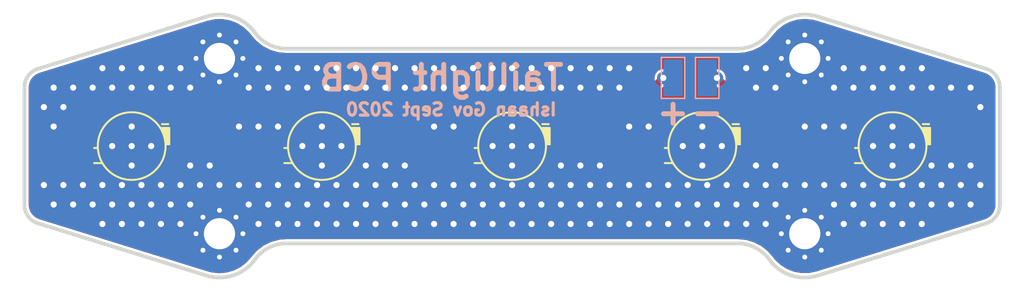
<source format=kicad_pcb>
(kicad_pcb (version 20171130) (host pcbnew "(5.1.4)-1")

  (general
    (thickness 1.6)
    (drawings 24)
    (tracks 276)
    (zones 0)
    (modules 11)
    (nets 8)
  )

  (page A4)
  (layers
    (0 F.Cu signal)
    (31 B.Cu signal)
    (32 B.Adhes user)
    (33 F.Adhes user)
    (34 B.Paste user)
    (35 F.Paste user)
    (36 B.SilkS user)
    (37 F.SilkS user)
    (38 B.Mask user)
    (39 F.Mask user)
    (40 Dwgs.User user)
    (41 Cmts.User user)
    (42 Eco1.User user)
    (43 Eco2.User user)
    (44 Edge.Cuts user)
    (45 Margin user)
    (46 B.CrtYd user)
    (47 F.CrtYd user)
    (48 B.Fab user)
    (49 F.Fab user)
  )

  (setup
    (last_trace_width 0.381)
    (user_trace_width 0.762)
    (trace_clearance 0.2032)
    (zone_clearance 0.254)
    (zone_45_only no)
    (trace_min 0.2032)
    (via_size 1.27)
    (via_drill 0.635)
    (via_min_size 0.635)
    (via_min_drill 0.381)
    (uvia_size 0.3)
    (uvia_drill 0.1)
    (uvias_allowed no)
    (uvia_min_size 0.2)
    (uvia_min_drill 0.1)
    (edge_width 0.1)
    (segment_width 0.2)
    (pcb_text_width 0.3)
    (pcb_text_size 1.5 1.5)
    (mod_edge_width 0.15)
    (mod_text_size 1 1)
    (mod_text_width 0.15)
    (pad_size 1.524 1.524)
    (pad_drill 0.762)
    (pad_to_mask_clearance 0)
    (aux_axis_origin 0 0)
    (grid_origin 100 100)
    (visible_elements 7FFFFFFF)
    (pcbplotparams
      (layerselection 0x010fc_ffffffff)
      (usegerberextensions true)
      (usegerberattributes false)
      (usegerberadvancedattributes false)
      (creategerberjobfile true)
      (excludeedgelayer true)
      (linewidth 0.100000)
      (plotframeref false)
      (viasonmask false)
      (mode 1)
      (useauxorigin false)
      (hpglpennumber 1)
      (hpglpenspeed 20)
      (hpglpendiameter 15.000000)
      (psnegative false)
      (psa4output false)
      (plotreference false)
      (plotvalue false)
      (plotinvisibletext false)
      (padsonsilk false)
      (subtractmaskfromsilk false)
      (outputformat 1)
      (mirror false)
      (drillshape 0)
      (scaleselection 1)
      (outputdirectory "Taillight Gerbers 9-24-2231/"))
  )

  (net 0 "")
  (net 1 /K)
  (net 2 "Net-(D1-Pad2)")
  (net 3 /HEATSINK)
  (net 4 "Net-(D2-Pad2)")
  (net 5 "Net-(D3-Pad2)")
  (net 6 "Net-(D4-Pad2)")
  (net 7 /A)

  (net_class Default "This is the default net class."
    (clearance 0.2032)
    (trace_width 0.381)
    (via_dia 1.27)
    (via_drill 0.635)
    (uvia_dia 0.3)
    (uvia_drill 0.1)
    (diff_pair_width 0.254)
    (diff_pair_gap 0.2032)
    (add_net /A)
    (add_net /HEATSINK)
    (add_net /K)
    (add_net "Net-(D1-Pad2)")
    (add_net "Net-(D2-Pad2)")
    (add_net "Net-(D3-Pad2)")
    (add_net "Net-(D4-Pad2)")
  )

  (module TestPoint:TestPoint_Keystone_5019_Minature (layer B.Cu) (tedit 5A0F774F) (tstamp 5F69A2A3)
    (at 116.5 93 270)
    (descr "SMT Test Point- Micro Miniature 5019, http://www.keyelco.com/product-pdf.cfm?p=1357")
    (tags "Test Point")
    (path /5F65A56E)
    (attr smd)
    (fp_text reference J2 (at 0 2.25 270) (layer B.SilkS) hide
      (effects (font (size 1 1) (thickness 0.15)) (justify mirror))
    )
    (fp_text value Conn_01x01 (at 0 -2.25 270) (layer B.Fab) hide
      (effects (font (size 1 1) (thickness 0.15)) (justify mirror))
    )
    (fp_line (start -2.1 -1.2) (end -2.1 1.2) (layer B.SilkS) (width 0.15))
    (fp_line (start 2.1 -1.2) (end -2.1 -1.2) (layer B.SilkS) (width 0.15))
    (fp_line (start 2.1 1.2) (end 2.1 -1.2) (layer B.SilkS) (width 0.15))
    (fp_line (start -2.1 1.2) (end 2.1 1.2) (layer B.SilkS) (width 0.15))
    (fp_line (start -2.35 -1.45) (end -2.35 1.45) (layer B.CrtYd) (width 0.05))
    (fp_line (start 2.35 -1.45) (end -2.35 -1.45) (layer B.CrtYd) (width 0.05))
    (fp_line (start 2.35 1.45) (end 2.35 -1.45) (layer B.CrtYd) (width 0.05))
    (fp_line (start -2.35 1.45) (end 2.35 1.45) (layer B.CrtYd) (width 0.05))
    (fp_line (start 1.25 0.5) (end 1.25 1) (layer B.Fab) (width 0.15))
    (fp_line (start 1.75 0.5) (end 1.25 0.5) (layer B.Fab) (width 0.15))
    (fp_line (start 1.9 -0.5) (end 1.9 0.5) (layer B.Fab) (width 0.15))
    (fp_line (start 1.25 -0.5) (end 1.75 -0.5) (layer B.Fab) (width 0.15))
    (fp_line (start 1.25 -1) (end 1.25 -0.5) (layer B.Fab) (width 0.15))
    (fp_line (start -1.25 -1) (end 1.25 -1) (layer B.Fab) (width 0.15))
    (fp_line (start -1.25 -0.5) (end -1.25 -1) (layer B.Fab) (width 0.15))
    (fp_line (start -1.75 -0.5) (end -1.25 -0.5) (layer B.Fab) (width 0.15))
    (fp_line (start -1.9 0.5) (end -1.9 -0.5) (layer B.Fab) (width 0.15))
    (fp_line (start -1.25 0.5) (end -1.75 0.5) (layer B.Fab) (width 0.15))
    (fp_line (start -1.25 1) (end -1.25 0.5) (layer B.Fab) (width 0.15))
    (fp_line (start 1.25 1) (end -1.25 1) (layer B.Fab) (width 0.15))
    (fp_line (start 1.9 -0.5) (end -1.9 -0.5) (layer B.Fab) (width 0.15))
    (fp_line (start -1.9 0.5) (end 1.9 0.5) (layer B.Fab) (width 0.15))
    (fp_line (start 0 1) (end 0 0.5) (layer B.Fab) (width 0.15))
    (fp_line (start 0 -0.5) (end 0 -1) (layer B.Fab) (width 0.15))
    (fp_text user %R (at 0 0 270) (layer B.Fab) hide
      (effects (font (size 0.9 0.9) (thickness 0.135)) (justify mirror))
    )
    (pad 1 smd rect (at 0 0 270) (size 3.8 2) (layers B.Cu B.Paste B.Mask)
      (net 7 /A))
    (model ${KISYS3DMOD}/TestPoint.3dshapes/TestPoint_Keystone_5019_Minature.wrl
      (at (xyz 0 0 0))
      (scale (xyz 1 1 1))
      (rotate (xyz 0 0 0))
    )
  )

  (module TestPoint:TestPoint_Keystone_5019_Minature (layer B.Cu) (tedit 5A0F774F) (tstamp 5F699AF1)
    (at 120 93 270)
    (descr "SMT Test Point- Micro Miniature 5019, http://www.keyelco.com/product-pdf.cfm?p=1357")
    (tags "Test Point")
    (path /5F65AC0F)
    (attr smd)
    (fp_text reference J1 (at 0 2.25 270) (layer B.SilkS) hide
      (effects (font (size 1 1) (thickness 0.15)) (justify mirror))
    )
    (fp_text value Conn_01x01 (at 0 -2.25 270) (layer B.Fab) hide
      (effects (font (size 1 1) (thickness 0.15)) (justify mirror))
    )
    (fp_line (start -2.1 -1.2) (end -2.1 1.2) (layer B.SilkS) (width 0.15))
    (fp_line (start 2.1 -1.2) (end -2.1 -1.2) (layer B.SilkS) (width 0.15))
    (fp_line (start 2.1 1.2) (end 2.1 -1.2) (layer B.SilkS) (width 0.15))
    (fp_line (start -2.1 1.2) (end 2.1 1.2) (layer B.SilkS) (width 0.15))
    (fp_line (start -2.35 -1.45) (end -2.35 1.45) (layer B.CrtYd) (width 0.05))
    (fp_line (start 2.35 -1.45) (end -2.35 -1.45) (layer B.CrtYd) (width 0.05))
    (fp_line (start 2.35 1.45) (end 2.35 -1.45) (layer B.CrtYd) (width 0.05))
    (fp_line (start -2.35 1.45) (end 2.35 1.45) (layer B.CrtYd) (width 0.05))
    (fp_line (start 1.25 0.5) (end 1.25 1) (layer B.Fab) (width 0.15))
    (fp_line (start 1.75 0.5) (end 1.25 0.5) (layer B.Fab) (width 0.15))
    (fp_line (start 1.9 -0.5) (end 1.9 0.5) (layer B.Fab) (width 0.15))
    (fp_line (start 1.25 -0.5) (end 1.75 -0.5) (layer B.Fab) (width 0.15))
    (fp_line (start 1.25 -1) (end 1.25 -0.5) (layer B.Fab) (width 0.15))
    (fp_line (start -1.25 -1) (end 1.25 -1) (layer B.Fab) (width 0.15))
    (fp_line (start -1.25 -0.5) (end -1.25 -1) (layer B.Fab) (width 0.15))
    (fp_line (start -1.75 -0.5) (end -1.25 -0.5) (layer B.Fab) (width 0.15))
    (fp_line (start -1.9 0.5) (end -1.9 -0.5) (layer B.Fab) (width 0.15))
    (fp_line (start -1.25 0.5) (end -1.75 0.5) (layer B.Fab) (width 0.15))
    (fp_line (start -1.25 1) (end -1.25 0.5) (layer B.Fab) (width 0.15))
    (fp_line (start 1.25 1) (end -1.25 1) (layer B.Fab) (width 0.15))
    (fp_line (start 1.9 -0.5) (end -1.9 -0.5) (layer B.Fab) (width 0.15))
    (fp_line (start -1.9 0.5) (end 1.9 0.5) (layer B.Fab) (width 0.15))
    (fp_line (start 0 1) (end 0 0.5) (layer B.Fab) (width 0.15))
    (fp_line (start 0 -0.5) (end 0 -1) (layer B.Fab) (width 0.15))
    (fp_text user %R (at 0 0 270) (layer B.Fab) hide
      (effects (font (size 0.9 0.9) (thickness 0.135)) (justify mirror))
    )
    (pad 1 smd rect (at 0 0 270) (size 3.8 2) (layers B.Cu B.Paste B.Mask)
      (net 1 /K))
    (model ${KISYS3DMOD}/TestPoint.3dshapes/TestPoint_Keystone_5019_Minature.wrl
      (at (xyz 0 0 0))
      (scale (xyz 1 1 1))
      (rotate (xyz 0 0 0))
    )
  )

  (module MountingHole:MountingHole_3.2mm_M3_Pad_Via (layer F.Cu) (tedit 56DDBCCA) (tstamp 5F699AD3)
    (at 130 109)
    (descr "Mounting Hole 3.2mm, M3")
    (tags "mounting hole 3.2mm m3")
    (path /5F69C5CD)
    (attr virtual)
    (fp_text reference H4 (at 0 -4.2) (layer F.SilkS) hide
      (effects (font (size 1 1) (thickness 0.15)))
    )
    (fp_text value M3 (at 0 4.2) (layer F.Fab) hide
      (effects (font (size 1 1) (thickness 0.15)))
    )
    (fp_circle (center 0 0) (end 3.45 0) (layer F.CrtYd) (width 0.05))
    (fp_circle (center 0 0) (end 3.2 0) (layer Cmts.User) (width 0.15))
    (fp_text user %R (at 0.3 0) (layer F.Fab) hide
      (effects (font (size 1 1) (thickness 0.15)))
    )
    (pad 1 thru_hole circle (at 1.697056 -1.697056) (size 0.8 0.8) (drill 0.5) (layers *.Cu *.Mask)
      (net 3 /HEATSINK))
    (pad 1 thru_hole circle (at 0 -2.4) (size 0.8 0.8) (drill 0.5) (layers *.Cu *.Mask)
      (net 3 /HEATSINK))
    (pad 1 thru_hole circle (at -1.697056 -1.697056) (size 0.8 0.8) (drill 0.5) (layers *.Cu *.Mask)
      (net 3 /HEATSINK))
    (pad 1 thru_hole circle (at -2.4 0) (size 0.8 0.8) (drill 0.5) (layers *.Cu *.Mask)
      (net 3 /HEATSINK))
    (pad 1 thru_hole circle (at -1.697056 1.697056) (size 0.8 0.8) (drill 0.5) (layers *.Cu *.Mask)
      (net 3 /HEATSINK))
    (pad 1 thru_hole circle (at 0 2.4) (size 0.8 0.8) (drill 0.5) (layers *.Cu *.Mask)
      (net 3 /HEATSINK))
    (pad 1 thru_hole circle (at 1.697056 1.697056) (size 0.8 0.8) (drill 0.5) (layers *.Cu *.Mask)
      (net 3 /HEATSINK))
    (pad 1 thru_hole circle (at 2.4 0) (size 0.8 0.8) (drill 0.5) (layers *.Cu *.Mask)
      (net 3 /HEATSINK))
    (pad 1 thru_hole circle (at 0 0) (size 6.4 6.4) (drill 3.2) (layers *.Cu *.Mask)
      (net 3 /HEATSINK))
  )

  (module MountingHole:MountingHole_3.2mm_M3_Pad_Via (layer F.Cu) (tedit 56DDBCCA) (tstamp 5F699AC3)
    (at 70 109)
    (descr "Mounting Hole 3.2mm, M3")
    (tags "mounting hole 3.2mm m3")
    (path /5F661358)
    (attr virtual)
    (fp_text reference H3 (at 0 -4.2) (layer F.SilkS) hide
      (effects (font (size 1 1) (thickness 0.15)))
    )
    (fp_text value M3 (at 0 4.2) (layer F.Fab) hide
      (effects (font (size 1 1) (thickness 0.15)))
    )
    (fp_circle (center 0 0) (end 3.45 0) (layer F.CrtYd) (width 0.05))
    (fp_circle (center 0 0) (end 3.2 0) (layer Cmts.User) (width 0.15))
    (fp_text user %R (at 0.3 0) (layer F.Fab) hide
      (effects (font (size 1 1) (thickness 0.15)))
    )
    (pad 1 thru_hole circle (at 1.697056 -1.697056) (size 0.8 0.8) (drill 0.5) (layers *.Cu *.Mask)
      (net 3 /HEATSINK))
    (pad 1 thru_hole circle (at 0 -2.4) (size 0.8 0.8) (drill 0.5) (layers *.Cu *.Mask)
      (net 3 /HEATSINK))
    (pad 1 thru_hole circle (at -1.697056 -1.697056) (size 0.8 0.8) (drill 0.5) (layers *.Cu *.Mask)
      (net 3 /HEATSINK))
    (pad 1 thru_hole circle (at -2.4 0) (size 0.8 0.8) (drill 0.5) (layers *.Cu *.Mask)
      (net 3 /HEATSINK))
    (pad 1 thru_hole circle (at -1.697056 1.697056) (size 0.8 0.8) (drill 0.5) (layers *.Cu *.Mask)
      (net 3 /HEATSINK))
    (pad 1 thru_hole circle (at 0 2.4) (size 0.8 0.8) (drill 0.5) (layers *.Cu *.Mask)
      (net 3 /HEATSINK))
    (pad 1 thru_hole circle (at 1.697056 1.697056) (size 0.8 0.8) (drill 0.5) (layers *.Cu *.Mask)
      (net 3 /HEATSINK))
    (pad 1 thru_hole circle (at 2.4 0) (size 0.8 0.8) (drill 0.5) (layers *.Cu *.Mask)
      (net 3 /HEATSINK))
    (pad 1 thru_hole circle (at 0 0) (size 6.4 6.4) (drill 3.2) (layers *.Cu *.Mask)
      (net 3 /HEATSINK))
  )

  (module MountingHole:MountingHole_3.2mm_M3_Pad_Via (layer F.Cu) (tedit 56DDBCCA) (tstamp 5F699AB3)
    (at 130 91)
    (descr "Mounting Hole 3.2mm, M3")
    (tags "mounting hole 3.2mm m3")
    (path /5F660AE2)
    (attr virtual)
    (fp_text reference H2 (at 0 -4.2) (layer F.SilkS) hide
      (effects (font (size 1 1) (thickness 0.15)))
    )
    (fp_text value M3 (at 0 4.2) (layer F.Fab) hide
      (effects (font (size 1 1) (thickness 0.15)))
    )
    (fp_circle (center 0 0) (end 3.45 0) (layer F.CrtYd) (width 0.05))
    (fp_circle (center 0 0) (end 3.2 0) (layer Cmts.User) (width 0.15))
    (fp_text user %R (at 0.3 0) (layer F.Fab) hide
      (effects (font (size 1 1) (thickness 0.15)))
    )
    (pad 1 thru_hole circle (at 1.697056 -1.697056) (size 0.8 0.8) (drill 0.5) (layers *.Cu *.Mask)
      (net 3 /HEATSINK))
    (pad 1 thru_hole circle (at 0 -2.4) (size 0.8 0.8) (drill 0.5) (layers *.Cu *.Mask)
      (net 3 /HEATSINK))
    (pad 1 thru_hole circle (at -1.697056 -1.697056) (size 0.8 0.8) (drill 0.5) (layers *.Cu *.Mask)
      (net 3 /HEATSINK))
    (pad 1 thru_hole circle (at -2.4 0) (size 0.8 0.8) (drill 0.5) (layers *.Cu *.Mask)
      (net 3 /HEATSINK))
    (pad 1 thru_hole circle (at -1.697056 1.697056) (size 0.8 0.8) (drill 0.5) (layers *.Cu *.Mask)
      (net 3 /HEATSINK))
    (pad 1 thru_hole circle (at 0 2.4) (size 0.8 0.8) (drill 0.5) (layers *.Cu *.Mask)
      (net 3 /HEATSINK))
    (pad 1 thru_hole circle (at 1.697056 1.697056) (size 0.8 0.8) (drill 0.5) (layers *.Cu *.Mask)
      (net 3 /HEATSINK))
    (pad 1 thru_hole circle (at 2.4 0) (size 0.8 0.8) (drill 0.5) (layers *.Cu *.Mask)
      (net 3 /HEATSINK))
    (pad 1 thru_hole circle (at 0 0) (size 6.4 6.4) (drill 3.2) (layers *.Cu *.Mask)
      (net 3 /HEATSINK))
  )

  (module MountingHole:MountingHole_3.2mm_M3_Pad_Via (layer F.Cu) (tedit 56DDBCCA) (tstamp 5F699AA3)
    (at 70 91)
    (descr "Mounting Hole 3.2mm, M3")
    (tags "mounting hole 3.2mm m3")
    (path /5F69C230)
    (attr virtual)
    (fp_text reference H1 (at 0 -4.2) (layer F.SilkS) hide
      (effects (font (size 1 1) (thickness 0.15)))
    )
    (fp_text value M3 (at 0 4.2) (layer F.Fab) hide
      (effects (font (size 1 1) (thickness 0.15)))
    )
    (fp_circle (center 0 0) (end 3.45 0) (layer F.CrtYd) (width 0.05))
    (fp_circle (center 0 0) (end 3.2 0) (layer Cmts.User) (width 0.15))
    (fp_text user %R (at 0.3 0) (layer F.Fab) hide
      (effects (font (size 1 1) (thickness 0.15)))
    )
    (pad 1 thru_hole circle (at 1.697056 -1.697056) (size 0.8 0.8) (drill 0.5) (layers *.Cu *.Mask)
      (net 3 /HEATSINK))
    (pad 1 thru_hole circle (at 0 -2.4) (size 0.8 0.8) (drill 0.5) (layers *.Cu *.Mask)
      (net 3 /HEATSINK))
    (pad 1 thru_hole circle (at -1.697056 -1.697056) (size 0.8 0.8) (drill 0.5) (layers *.Cu *.Mask)
      (net 3 /HEATSINK))
    (pad 1 thru_hole circle (at -2.4 0) (size 0.8 0.8) (drill 0.5) (layers *.Cu *.Mask)
      (net 3 /HEATSINK))
    (pad 1 thru_hole circle (at -1.697056 1.697056) (size 0.8 0.8) (drill 0.5) (layers *.Cu *.Mask)
      (net 3 /HEATSINK))
    (pad 1 thru_hole circle (at 0 2.4) (size 0.8 0.8) (drill 0.5) (layers *.Cu *.Mask)
      (net 3 /HEATSINK))
    (pad 1 thru_hole circle (at 1.697056 1.697056) (size 0.8 0.8) (drill 0.5) (layers *.Cu *.Mask)
      (net 3 /HEATSINK))
    (pad 1 thru_hole circle (at 2.4 0) (size 0.8 0.8) (drill 0.5) (layers *.Cu *.Mask)
      (net 3 /HEATSINK))
    (pad 1 thru_hole circle (at 0 0) (size 6.4 6.4) (drill 3.2) (layers *.Cu *.Mask)
      (net 3 /HEATSINK))
  )

  (module Custom-DiscreteSemi:1W_LED (layer F.Cu) (tedit 5F4BEE29) (tstamp 5F699A93)
    (at 61 100)
    (path /5F6A0510)
    (fp_text reference D5 (at 0 4.95) (layer F.SilkS) hide
      (effects (font (size 1 1) (thickness 0.15)))
    )
    (fp_text value LED_PAD (at 0 -5) (layer F.Fab) hide
      (effects (font (size 1 1) (thickness 0.15)))
    )
    (fp_line (start 3.1 -2.25) (end 3.75 -2.25) (layer F.SilkS) (width 0.2032))
    (fp_poly (pts (xy 3 -1.85) (xy 3.4 -1.05) (xy 3.5 -0.2) (xy 3.85 -0.2)
      (xy 3.85 -1.85) (xy 2.95 -1.85)) (layer F.SilkS) (width 0.2032))
    (fp_line (start 3 -1.85) (end 3.85 -1.85) (layer F.SilkS) (width 0.2032))
    (fp_line (start 3.5 -0.2) (end 3.85 -0.2) (layer F.SilkS) (width 0.2032))
    (fp_line (start -3.5 0.2) (end -3.85 0.2) (layer F.SilkS) (width 0.2032))
    (fp_line (start -3.05 1.75) (end -3.85 1.75) (layer F.SilkS) (width 0.2032))
    (fp_circle (center 0 0) (end 3.473111 0) (layer F.SilkS) (width 0.2032))
    (pad 1 smd roundrect (at 6 -1) (size 4 2.75) (layers F.Cu F.Paste F.Mask) (roundrect_rratio 0.125)
      (net 6 "Net-(D4-Pad2)"))
    (pad 2 smd roundrect (at -6 1) (size 4 2.75) (layers F.Cu F.Paste F.Mask) (roundrect_rratio 0.125)
      (net 7 /A))
    (pad 3 smd circle (at 0 0) (size 6.000001 6.000001) (layers F.Cu F.Paste F.Mask)
      (net 3 /HEATSINK))
    (model ":CUSTOM_3D:1W LED.stp"
      (at (xyz 0 0 0))
      (scale (xyz 1 1 1))
      (rotate (xyz 0 0 0))
    )
  )

  (module Custom-DiscreteSemi:1W_LED (layer F.Cu) (tedit 5F4BEE29) (tstamp 5F699A85)
    (at 80.5 100)
    (path /5F6594FB)
    (fp_text reference D4 (at 0 4.95) (layer F.SilkS) hide
      (effects (font (size 1 1) (thickness 0.15)))
    )
    (fp_text value LED_PAD (at 0 -5) (layer F.Fab) hide
      (effects (font (size 1 1) (thickness 0.15)))
    )
    (fp_line (start 3.1 -2.25) (end 3.75 -2.25) (layer F.SilkS) (width 0.2032))
    (fp_poly (pts (xy 3 -1.85) (xy 3.4 -1.05) (xy 3.5 -0.2) (xy 3.85 -0.2)
      (xy 3.85 -1.85) (xy 2.95 -1.85)) (layer F.SilkS) (width 0.2032))
    (fp_line (start 3 -1.85) (end 3.85 -1.85) (layer F.SilkS) (width 0.2032))
    (fp_line (start 3.5 -0.2) (end 3.85 -0.2) (layer F.SilkS) (width 0.2032))
    (fp_line (start -3.5 0.2) (end -3.85 0.2) (layer F.SilkS) (width 0.2032))
    (fp_line (start -3.05 1.75) (end -3.85 1.75) (layer F.SilkS) (width 0.2032))
    (fp_circle (center 0 0) (end 3.473111 0) (layer F.SilkS) (width 0.2032))
    (pad 1 smd roundrect (at 6 -1) (size 4 2.75) (layers F.Cu F.Paste F.Mask) (roundrect_rratio 0.125)
      (net 5 "Net-(D3-Pad2)"))
    (pad 2 smd roundrect (at -6 1) (size 4 2.75) (layers F.Cu F.Paste F.Mask) (roundrect_rratio 0.125)
      (net 6 "Net-(D4-Pad2)"))
    (pad 3 smd circle (at 0 0) (size 6.000001 6.000001) (layers F.Cu F.Paste F.Mask)
      (net 3 /HEATSINK))
    (model ":CUSTOM_3D:1W LED.stp"
      (at (xyz 0 0 0))
      (scale (xyz 1 1 1))
      (rotate (xyz 0 0 0))
    )
  )

  (module Custom-DiscreteSemi:1W_LED (layer F.Cu) (tedit 5F4BEE29) (tstamp 5F699A77)
    (at 100 100)
    (path /5F658E5D)
    (fp_text reference D3 (at 0 4.95) (layer F.SilkS) hide
      (effects (font (size 1 1) (thickness 0.15)))
    )
    (fp_text value LED_PAD (at 0 -5) (layer F.Fab) hide
      (effects (font (size 1 1) (thickness 0.15)))
    )
    (fp_line (start 3.1 -2.25) (end 3.75 -2.25) (layer F.SilkS) (width 0.2032))
    (fp_poly (pts (xy 3 -1.85) (xy 3.4 -1.05) (xy 3.5 -0.2) (xy 3.85 -0.2)
      (xy 3.85 -1.85) (xy 2.95 -1.85)) (layer F.SilkS) (width 0.2032))
    (fp_line (start 3 -1.85) (end 3.85 -1.85) (layer F.SilkS) (width 0.2032))
    (fp_line (start 3.5 -0.2) (end 3.85 -0.2) (layer F.SilkS) (width 0.2032))
    (fp_line (start -3.5 0.2) (end -3.85 0.2) (layer F.SilkS) (width 0.2032))
    (fp_line (start -3.05 1.75) (end -3.85 1.75) (layer F.SilkS) (width 0.2032))
    (fp_circle (center 0 0) (end 3.473111 0) (layer F.SilkS) (width 0.2032))
    (pad 1 smd roundrect (at 6 -1) (size 4 2.75) (layers F.Cu F.Paste F.Mask) (roundrect_rratio 0.125)
      (net 4 "Net-(D2-Pad2)"))
    (pad 2 smd roundrect (at -6 1) (size 4 2.75) (layers F.Cu F.Paste F.Mask) (roundrect_rratio 0.125)
      (net 5 "Net-(D3-Pad2)"))
    (pad 3 smd circle (at 0 0) (size 6.000001 6.000001) (layers F.Cu F.Paste F.Mask)
      (net 3 /HEATSINK))
    (model ":CUSTOM_3D:1W LED.stp"
      (at (xyz 0 0 0))
      (scale (xyz 1 1 1))
      (rotate (xyz 0 0 0))
    )
  )

  (module Custom-DiscreteSemi:1W_LED (layer F.Cu) (tedit 5F4BEE29) (tstamp 5F699A69)
    (at 119.5 100)
    (path /5F69FFD3)
    (fp_text reference D2 (at 0 4.95) (layer F.SilkS) hide
      (effects (font (size 1 1) (thickness 0.15)))
    )
    (fp_text value LED_PAD (at 0 -5) (layer F.Fab) hide
      (effects (font (size 1 1) (thickness 0.15)))
    )
    (fp_line (start 3.1 -2.25) (end 3.75 -2.25) (layer F.SilkS) (width 0.2032))
    (fp_poly (pts (xy 3 -1.85) (xy 3.4 -1.05) (xy 3.5 -0.2) (xy 3.85 -0.2)
      (xy 3.85 -1.85) (xy 2.95 -1.85)) (layer F.SilkS) (width 0.2032))
    (fp_line (start 3 -1.85) (end 3.85 -1.85) (layer F.SilkS) (width 0.2032))
    (fp_line (start 3.5 -0.2) (end 3.85 -0.2) (layer F.SilkS) (width 0.2032))
    (fp_line (start -3.5 0.2) (end -3.85 0.2) (layer F.SilkS) (width 0.2032))
    (fp_line (start -3.05 1.75) (end -3.85 1.75) (layer F.SilkS) (width 0.2032))
    (fp_circle (center 0 0) (end 3.473111 0) (layer F.SilkS) (width 0.2032))
    (pad 1 smd roundrect (at 6 -1) (size 4 2.75) (layers F.Cu F.Paste F.Mask) (roundrect_rratio 0.125)
      (net 2 "Net-(D1-Pad2)"))
    (pad 2 smd roundrect (at -6 1) (size 4 2.75) (layers F.Cu F.Paste F.Mask) (roundrect_rratio 0.125)
      (net 4 "Net-(D2-Pad2)"))
    (pad 3 smd circle (at 0 0) (size 6.000001 6.000001) (layers F.Cu F.Paste F.Mask)
      (net 3 /HEATSINK))
    (model ":CUSTOM_3D:1W LED.stp"
      (at (xyz 0 0 0))
      (scale (xyz 1 1 1))
      (rotate (xyz 0 0 0))
    )
  )

  (module Custom-DiscreteSemi:1W_LED (layer F.Cu) (tedit 5F4BEE29) (tstamp 5F699A5B)
    (at 139 100)
    (path /5F6A2C04)
    (fp_text reference D1 (at 0 4.95) (layer F.SilkS) hide
      (effects (font (size 1 1) (thickness 0.15)))
    )
    (fp_text value LED_PAD (at 0 -5) (layer F.Fab) hide
      (effects (font (size 1 1) (thickness 0.15)))
    )
    (fp_line (start 3.1 -2.25) (end 3.75 -2.25) (layer F.SilkS) (width 0.2032))
    (fp_poly (pts (xy 3 -1.85) (xy 3.4 -1.05) (xy 3.5 -0.2) (xy 3.85 -0.2)
      (xy 3.85 -1.85) (xy 2.95 -1.85)) (layer F.SilkS) (width 0.2032))
    (fp_line (start 3 -1.85) (end 3.85 -1.85) (layer F.SilkS) (width 0.2032))
    (fp_line (start 3.5 -0.2) (end 3.85 -0.2) (layer F.SilkS) (width 0.2032))
    (fp_line (start -3.5 0.2) (end -3.85 0.2) (layer F.SilkS) (width 0.2032))
    (fp_line (start -3.05 1.75) (end -3.85 1.75) (layer F.SilkS) (width 0.2032))
    (fp_circle (center 0 0) (end 3.473111 0) (layer F.SilkS) (width 0.2032))
    (pad 1 smd roundrect (at 6 -1) (size 4 2.75) (layers F.Cu F.Paste F.Mask) (roundrect_rratio 0.125)
      (net 1 /K))
    (pad 2 smd roundrect (at -6 1) (size 4 2.75) (layers F.Cu F.Paste F.Mask) (roundrect_rratio 0.125)
      (net 2 "Net-(D1-Pad2)"))
    (pad 3 smd circle (at 0 0) (size 6.000001 6.000001) (layers F.Cu F.Paste F.Mask)
      (net 3 /HEATSINK))
    (model ":CUSTOM_3D:1W LED.stp"
      (at (xyz 0 0 0))
      (scale (xyz 1 1 1))
      (rotate (xyz 0 0 0))
    )
  )

  (gr_text "Ishaan Gov Sept 2020" (at 93.75 96.25) (layer B.SilkS)
    (effects (font (size 1.27 1.27) (thickness 0.3175)) (justify mirror))
  )
  (gr_text "Taillight PCB\n" (at 92.75 93) (layer B.SilkS)
    (effects (font (size 2.54 2.54) (thickness 0.508)) (justify mirror))
  )
  (gr_arc (start 123.126136 86) (end 123.126136 90) (angle -53.96812093) (layer Edge.Cuts) (width 0.381))
  (gr_arc (start 148 106.026953) (end 148.593249 107.936941) (angle -72.74502113) (layer Edge.Cuts) (width 0.381))
  (gr_arc (start 148 93.973047) (end 150 93.973047) (angle -72.74502113) (layer Edge.Cuts) (width 0.381))
  (gr_arc (start 70 91) (end 73.639105 88.352942) (angle -71.2230998) (layer Edge.Cuts) (width 0.381))
  (gr_line (start 131.33481 113.297473) (end 148.593249 107.936941) (layer Edge.Cuts) (width 0.381))
  (gr_line (start 148.593249 92.063059) (end 131.33481 86.702527) (layer Edge.Cuts) (width 0.381))
  (gr_line (start 68.66519 86.702527) (end 51.406751 92.063059) (layer Edge.Cuts) (width 0.381))
  (gr_arc (start 70.000001 108.999999) (end 68.66519 113.297473) (angle -71.2230998) (layer Edge.Cuts) (width 0.381))
  (gr_line (start 150 106.026953) (end 150 93.973047) (layer Edge.Cuts) (width 0.381))
  (gr_line (start 123.126136 90) (end 76.873864 90) (layer Edge.Cuts) (width 0.381))
  (gr_arc (start 130 91.000001) (end 131.33481 86.702527) (angle -71.2230998) (layer Edge.Cuts) (width 0.381))
  (gr_arc (start 123.126136 113.999999) (end 126.360895 111.647058) (angle -53.96812093) (layer Edge.Cuts) (width 0.381))
  (gr_line (start 76.873865 109.999999) (end 123.126136 109.999999) (layer Edge.Cuts) (width 0.381))
  (gr_arc (start 76.873864 86) (end 73.639105 88.352942) (angle -53.96812093) (layer Edge.Cuts) (width 0.381))
  (gr_arc (start 129.999999 109) (end 126.360895 111.647058) (angle -71.2230998) (layer Edge.Cuts) (width 0.381))
  (gr_arc (start 76.873865 114) (end 76.873865 109.999999) (angle -53.96811717) (layer Edge.Cuts) (width 0.381))
  (gr_arc (start 52 93.973047) (end 51.406751 92.063059) (angle -72.74502113) (layer Edge.Cuts) (width 0.381))
  (gr_line (start 51.406751 107.936941) (end 68.66519 113.297473) (layer Edge.Cuts) (width 0.381))
  (gr_arc (start 52 106.026953) (end 50 106.026953) (angle -72.74502113) (layer Edge.Cuts) (width 0.381))
  (gr_line (start 50 93.973047) (end 50 106.026953) (layer Edge.Cuts) (width 0.381))
  (gr_text - (at 120 96.5) (layer B.SilkS)
    (effects (font (size 2.54 2.54) (thickness 0.508)) (justify mirror))
  )
  (gr_text + (at 116.5 96.5) (layer B.SilkS)
    (effects (font (size 2.54 2.54) (thickness 0.508)) (justify mirror))
  )

  (via (at 121 93) (size 1.27) (drill 0.635) (layers F.Cu B.Cu) (net 1))
  (segment (start 124 96) (end 121 93) (width 0.762) (layer F.Cu) (net 1))
  (segment (start 144 96) (end 124 96) (width 0.762) (layer F.Cu) (net 1))
  (segment (start 145 99) (end 145 97) (width 0.762) (layer F.Cu) (net 1))
  (segment (start 145 97) (end 144 96) (width 0.762) (layer F.Cu) (net 1))
  (segment (start 120 93) (end 121 93) (width 0.762) (layer B.Cu) (net 1))
  (segment (start 128 99) (end 125.5 99) (width 0.762) (layer F.Cu) (net 2))
  (segment (start 133 101) (end 130 101) (width 0.762) (layer F.Cu) (net 2))
  (segment (start 130 101) (end 128 99) (width 0.762) (layer F.Cu) (net 2))
  (via (at 59 100) (size 1.27) (drill 0.635) (layers F.Cu B.Cu) (net 3))
  (via (at 63 100) (size 1.27) (drill 0.635) (layers F.Cu B.Cu) (net 3))
  (via (at 61 102) (size 1.27) (drill 0.635) (layers F.Cu B.Cu) (net 3))
  (via (at 61 98) (size 1.27) (drill 0.635) (layers F.Cu B.Cu) (net 3))
  (via (at 78.5 100) (size 1.27) (drill 0.635) (layers F.Cu B.Cu) (net 3))
  (via (at 82.5 100) (size 1.27) (drill 0.635) (layers F.Cu B.Cu) (net 3))
  (via (at 80.5 102) (size 1.27) (drill 0.635) (layers F.Cu B.Cu) (net 3))
  (via (at 80.5 98) (size 1.27) (drill 0.635) (layers F.Cu B.Cu) (net 3))
  (via (at 98 100) (size 1.27) (drill 0.635) (layers F.Cu B.Cu) (net 3))
  (via (at 102 100) (size 1.27) (drill 0.635) (layers F.Cu B.Cu) (net 3))
  (via (at 100 102) (size 1.27) (drill 0.635) (layers F.Cu B.Cu) (net 3))
  (via (at 100 98) (size 1.27) (drill 0.635) (layers F.Cu B.Cu) (net 3))
  (via (at 117.5 100) (size 1.27) (drill 0.635) (layers F.Cu B.Cu) (net 3))
  (via (at 121.5 100) (size 1.27) (drill 0.635) (layers F.Cu B.Cu) (net 3))
  (via (at 119.5 102) (size 1.27) (drill 0.635) (layers F.Cu B.Cu) (net 3))
  (via (at 119.5 98) (size 1.27) (drill 0.635) (layers F.Cu B.Cu) (net 3))
  (via (at 141 100) (size 1.27) (drill 0.635) (layers F.Cu B.Cu) (net 3))
  (via (at 137 100) (size 1.27) (drill 0.635) (layers F.Cu B.Cu) (net 3))
  (via (at 139 102) (size 1.27) (drill 0.635) (layers F.Cu B.Cu) (net 3))
  (via (at 139 98) (size 1.27) (drill 0.635) (layers F.Cu B.Cu) (net 3))
  (via (at 139 100) (size 1.27) (drill 0.635) (layers F.Cu B.Cu) (net 3))
  (via (at 119.5 100) (size 1.27) (drill 0.635) (layers F.Cu B.Cu) (net 3))
  (via (at 100 100) (size 1.27) (drill 0.635) (layers F.Cu B.Cu) (net 3))
  (via (at 80.5 100) (size 1.27) (drill 0.635) (layers F.Cu B.Cu) (net 3))
  (via (at 61 100) (size 1.27) (drill 0.635) (layers F.Cu B.Cu) (net 3))
  (via (at 100 104) (size 1.27) (drill 0.635) (layers F.Cu B.Cu) (net 3))
  (via (at 102 104) (size 1.27) (drill 0.635) (layers F.Cu B.Cu) (net 3))
  (via (at 104 104) (size 1.27) (drill 0.635) (layers F.Cu B.Cu) (net 3))
  (via (at 106 104) (size 1.27) (drill 0.635) (layers F.Cu B.Cu) (net 3))
  (via (at 108 104) (size 1.27) (drill 0.635) (layers F.Cu B.Cu) (net 3))
  (via (at 110 104) (size 1.27) (drill 0.635) (layers F.Cu B.Cu) (net 3))
  (via (at 112 104) (size 1.27) (drill 0.635) (layers F.Cu B.Cu) (net 3))
  (via (at 114 104) (size 1.27) (drill 0.635) (layers F.Cu B.Cu) (net 3))
  (via (at 116 104) (size 1.27) (drill 0.635) (layers F.Cu B.Cu) (net 3))
  (via (at 118 104) (size 1.27) (drill 0.635) (layers F.Cu B.Cu) (net 3))
  (via (at 120 104) (size 1.27) (drill 0.635) (layers F.Cu B.Cu) (net 3))
  (via (at 122 104) (size 1.27) (drill 0.635) (layers F.Cu B.Cu) (net 3))
  (via (at 124 104) (size 1.27) (drill 0.635) (layers F.Cu B.Cu) (net 3))
  (via (at 126 104) (size 1.27) (drill 0.635) (layers F.Cu B.Cu) (net 3))
  (via (at 128 104) (size 1.27) (drill 0.635) (layers F.Cu B.Cu) (net 3))
  (via (at 130 104) (size 1.27) (drill 0.635) (layers F.Cu B.Cu) (net 3))
  (via (at 132 104) (size 1.27) (drill 0.635) (layers F.Cu B.Cu) (net 3))
  (via (at 134 104) (size 1.27) (drill 0.635) (layers F.Cu B.Cu) (net 3))
  (via (at 136 104) (size 1.27) (drill 0.635) (layers F.Cu B.Cu) (net 3))
  (via (at 138 104) (size 1.27) (drill 0.635) (layers F.Cu B.Cu) (net 3))
  (via (at 140 104) (size 1.27) (drill 0.635) (layers F.Cu B.Cu) (net 3))
  (via (at 142 104) (size 1.27) (drill 0.635) (layers F.Cu B.Cu) (net 3))
  (via (at 144 104) (size 1.27) (drill 0.635) (layers F.Cu B.Cu) (net 3))
  (via (at 146 104) (size 1.27) (drill 0.635) (layers F.Cu B.Cu) (net 3))
  (via (at 148 104) (size 1.27) (drill 0.635) (layers F.Cu B.Cu) (net 3))
  (via (at 147 106) (size 1.27) (drill 0.635) (layers F.Cu B.Cu) (net 3))
  (via (at 145 106) (size 1.27) (drill 0.635) (layers F.Cu B.Cu) (net 3))
  (via (at 143 106) (size 1.27) (drill 0.635) (layers F.Cu B.Cu) (net 3))
  (via (at 141 106) (size 1.27) (drill 0.635) (layers F.Cu B.Cu) (net 3))
  (via (at 139 106) (size 1.27) (drill 0.635) (layers F.Cu B.Cu) (net 3))
  (via (at 137 106) (size 1.27) (drill 0.635) (layers F.Cu B.Cu) (net 3))
  (via (at 135 106) (size 1.27) (drill 0.635) (layers F.Cu B.Cu) (net 3))
  (via (at 133 106) (size 1.27) (drill 0.635) (layers F.Cu B.Cu) (net 3))
  (via (at 127 106) (size 1.27) (drill 0.635) (layers F.Cu B.Cu) (net 3))
  (via (at 125 106) (size 1.27) (drill 0.635) (layers F.Cu B.Cu) (net 3))
  (via (at 123 106) (size 1.27) (drill 0.635) (layers F.Cu B.Cu) (net 3))
  (via (at 121 106) (size 1.27) (drill 0.635) (layers F.Cu B.Cu) (net 3))
  (via (at 119 106) (size 1.27) (drill 0.635) (layers F.Cu B.Cu) (net 3))
  (via (at 117 106) (size 1.27) (drill 0.635) (layers F.Cu B.Cu) (net 3))
  (via (at 115 106) (size 1.27) (drill 0.635) (layers F.Cu B.Cu) (net 3))
  (via (at 113 106) (size 1.27) (drill 0.635) (layers F.Cu B.Cu) (net 3))
  (via (at 111 106) (size 1.27) (drill 0.635) (layers F.Cu B.Cu) (net 3))
  (via (at 109 106) (size 1.27) (drill 0.635) (layers F.Cu B.Cu) (net 3))
  (via (at 107 106) (size 1.27) (drill 0.635) (layers F.Cu B.Cu) (net 3))
  (via (at 105 106) (size 1.27) (drill 0.635) (layers F.Cu B.Cu) (net 3))
  (via (at 103 106) (size 1.27) (drill 0.635) (layers F.Cu B.Cu) (net 3))
  (via (at 101 106) (size 1.27) (drill 0.635) (layers F.Cu B.Cu) (net 3))
  (via (at 98 104) (size 1.27) (drill 0.635) (layers F.Cu B.Cu) (net 3))
  (via (at 96 104) (size 1.27) (drill 0.635) (layers F.Cu B.Cu) (net 3))
  (via (at 94 104) (size 1.27) (drill 0.635) (layers F.Cu B.Cu) (net 3))
  (via (at 92 104) (size 1.27) (drill 0.635) (layers F.Cu B.Cu) (net 3))
  (via (at 90 104) (size 1.27) (drill 0.635) (layers F.Cu B.Cu) (net 3))
  (via (at 88 104) (size 1.27) (drill 0.635) (layers F.Cu B.Cu) (net 3))
  (via (at 86 104) (size 1.27) (drill 0.635) (layers F.Cu B.Cu) (net 3))
  (via (at 84 104) (size 1.27) (drill 0.635) (layers F.Cu B.Cu) (net 3))
  (via (at 82 104) (size 1.27) (drill 0.635) (layers F.Cu B.Cu) (net 3))
  (via (at 80 104) (size 1.27) (drill 0.635) (layers F.Cu B.Cu) (net 3))
  (via (at 78 104) (size 1.27) (drill 0.635) (layers F.Cu B.Cu) (net 3))
  (via (at 76 104) (size 1.27) (drill 0.635) (layers F.Cu B.Cu) (net 3))
  (via (at 74 104) (size 1.27) (drill 0.635) (layers F.Cu B.Cu) (net 3))
  (via (at 72 104) (size 1.27) (drill 0.635) (layers F.Cu B.Cu) (net 3))
  (via (at 70 104) (size 1.27) (drill 0.635) (layers F.Cu B.Cu) (net 3))
  (via (at 68 104) (size 1.27) (drill 0.635) (layers F.Cu B.Cu) (net 3))
  (via (at 66 104) (size 1.27) (drill 0.635) (layers F.Cu B.Cu) (net 3))
  (via (at 64 104) (size 1.27) (drill 0.635) (layers F.Cu B.Cu) (net 3))
  (via (at 62 104) (size 1.27) (drill 0.635) (layers F.Cu B.Cu) (net 3))
  (via (at 60 104) (size 1.27) (drill 0.635) (layers F.Cu B.Cu) (net 3))
  (via (at 58 104) (size 1.27) (drill 0.635) (layers F.Cu B.Cu) (net 3))
  (via (at 56 104) (size 1.27) (drill 0.635) (layers F.Cu B.Cu) (net 3))
  (via (at 54 104) (size 1.27) (drill 0.635) (layers F.Cu B.Cu) (net 3))
  (via (at 52 104) (size 1.27) (drill 0.635) (layers F.Cu B.Cu) (net 3))
  (via (at 53 106) (size 1.27) (drill 0.635) (layers F.Cu B.Cu) (net 3))
  (via (at 55 106) (size 1.27) (drill 0.635) (layers F.Cu B.Cu) (net 3))
  (via (at 57 106) (size 1.27) (drill 0.635) (layers F.Cu B.Cu) (net 3))
  (via (at 59 106) (size 1.27) (drill 0.635) (layers F.Cu B.Cu) (net 3))
  (via (at 61 106) (size 1.27) (drill 0.635) (layers F.Cu B.Cu) (net 3))
  (via (at 63 106) (size 1.27) (drill 0.635) (layers F.Cu B.Cu) (net 3))
  (via (at 65 106) (size 1.27) (drill 0.635) (layers F.Cu B.Cu) (net 3))
  (via (at 67 106) (size 1.27) (drill 0.635) (layers F.Cu B.Cu) (net 3))
  (via (at 73 106) (size 1.27) (drill 0.635) (layers F.Cu B.Cu) (net 3))
  (via (at 75 106) (size 1.27) (drill 0.635) (layers F.Cu B.Cu) (net 3))
  (via (at 77 106) (size 1.27) (drill 0.635) (layers F.Cu B.Cu) (net 3))
  (via (at 79 106) (size 1.27) (drill 0.635) (layers F.Cu B.Cu) (net 3))
  (via (at 81 106) (size 1.27) (drill 0.635) (layers F.Cu B.Cu) (net 3))
  (via (at 83 106) (size 1.27) (drill 0.635) (layers F.Cu B.Cu) (net 3))
  (via (at 85 106) (size 1.27) (drill 0.635) (layers F.Cu B.Cu) (net 3))
  (via (at 87 106) (size 1.27) (drill 0.635) (layers F.Cu B.Cu) (net 3))
  (via (at 89 106) (size 1.27) (drill 0.635) (layers F.Cu B.Cu) (net 3))
  (via (at 91 106) (size 1.27) (drill 0.635) (layers F.Cu B.Cu) (net 3))
  (via (at 93 106) (size 1.27) (drill 0.635) (layers F.Cu B.Cu) (net 3))
  (via (at 95 106) (size 1.27) (drill 0.635) (layers F.Cu B.Cu) (net 3))
  (via (at 97 106) (size 1.27) (drill 0.635) (layers F.Cu B.Cu) (net 3))
  (via (at 99 106) (size 1.27) (drill 0.635) (layers F.Cu B.Cu) (net 3))
  (via (at 58 108) (size 1.27) (drill 0.635) (layers F.Cu B.Cu) (net 3))
  (via (at 60 108) (size 1.27) (drill 0.635) (layers F.Cu B.Cu) (net 3))
  (via (at 62 108) (size 1.27) (drill 0.635) (layers F.Cu B.Cu) (net 3))
  (via (at 64 108) (size 1.27) (drill 0.635) (layers F.Cu B.Cu) (net 3))
  (via (at 66 108) (size 1.27) (drill 0.635) (layers F.Cu B.Cu) (net 3))
  (via (at 74 108) (size 1.27) (drill 0.635) (layers F.Cu B.Cu) (net 3))
  (via (at 76 108) (size 1.27) (drill 0.635) (layers F.Cu B.Cu) (net 3))
  (via (at 78 108) (size 1.27) (drill 0.635) (layers F.Cu B.Cu) (net 3))
  (via (at 80 108) (size 1.27) (drill 0.635) (layers F.Cu B.Cu) (net 3))
  (via (at 82 108) (size 1.27) (drill 0.635) (layers F.Cu B.Cu) (net 3))
  (via (at 84 108) (size 1.27) (drill 0.635) (layers F.Cu B.Cu) (net 3))
  (via (at 86 108) (size 1.27) (drill 0.635) (layers F.Cu B.Cu) (net 3))
  (via (at 88 108) (size 1.27) (drill 0.635) (layers F.Cu B.Cu) (net 3))
  (via (at 90 108) (size 1.27) (drill 0.635) (layers F.Cu B.Cu) (net 3))
  (via (at 92 108) (size 1.27) (drill 0.635) (layers F.Cu B.Cu) (net 3))
  (via (at 94 108) (size 1.27) (drill 0.635) (layers F.Cu B.Cu) (net 3))
  (via (at 96 108) (size 1.27) (drill 0.635) (layers F.Cu B.Cu) (net 3))
  (via (at 98 108) (size 1.27) (drill 0.635) (layers F.Cu B.Cu) (net 3))
  (via (at 100 108) (size 1.27) (drill 0.635) (layers F.Cu B.Cu) (net 3))
  (via (at 102 108) (size 1.27) (drill 0.635) (layers F.Cu B.Cu) (net 3))
  (via (at 104 108) (size 1.27) (drill 0.635) (layers F.Cu B.Cu) (net 3))
  (via (at 106 108) (size 1.27) (drill 0.635) (layers F.Cu B.Cu) (net 3))
  (via (at 108 108) (size 1.27) (drill 0.635) (layers F.Cu B.Cu) (net 3))
  (via (at 110 108) (size 1.27) (drill 0.635) (layers F.Cu B.Cu) (net 3))
  (via (at 112 108) (size 1.27) (drill 0.635) (layers F.Cu B.Cu) (net 3))
  (via (at 114 108) (size 1.27) (drill 0.635) (layers F.Cu B.Cu) (net 3))
  (via (at 116 108) (size 1.27) (drill 0.635) (layers F.Cu B.Cu) (net 3))
  (via (at 118 108) (size 1.27) (drill 0.635) (layers F.Cu B.Cu) (net 3))
  (via (at 120 108) (size 1.27) (drill 0.635) (layers F.Cu B.Cu) (net 3))
  (via (at 122 108) (size 1.27) (drill 0.635) (layers F.Cu B.Cu) (net 3))
  (via (at 124 108) (size 1.27) (drill 0.635) (layers F.Cu B.Cu) (net 3))
  (via (at 126 108) (size 1.27) (drill 0.635) (layers F.Cu B.Cu) (net 3))
  (via (at 134 108) (size 1.27) (drill 0.635) (layers F.Cu B.Cu) (net 3))
  (via (at 136 108) (size 1.27) (drill 0.635) (layers F.Cu B.Cu) (net 3))
  (via (at 138 108) (size 1.27) (drill 0.635) (layers F.Cu B.Cu) (net 3))
  (via (at 140 108) (size 1.27) (drill 0.635) (layers F.Cu B.Cu) (net 3))
  (via (at 142 108) (size 1.27) (drill 0.635) (layers F.Cu B.Cu) (net 3))
  (via (at 125 102) (size 1.27) (drill 0.635) (layers F.Cu B.Cu) (net 3))
  (via (at 127 102) (size 1.27) (drill 0.635) (layers F.Cu B.Cu) (net 3))
  (via (at 143 102) (size 1.27) (drill 0.635) (layers F.Cu B.Cu) (net 3))
  (via (at 145 102) (size 1.27) (drill 0.635) (layers F.Cu B.Cu) (net 3))
  (via (at 147 102) (size 1.27) (drill 0.635) (layers F.Cu B.Cu) (net 3))
  (via (at 105 102) (size 1.27) (drill 0.635) (layers F.Cu B.Cu) (net 3))
  (via (at 107 102) (size 1.27) (drill 0.635) (layers F.Cu B.Cu) (net 3))
  (via (at 109 102) (size 1.27) (drill 0.635) (layers F.Cu B.Cu) (net 3))
  (via (at 85 102) (size 1.27) (drill 0.635) (layers F.Cu B.Cu) (net 3))
  (via (at 87 102) (size 1.27) (drill 0.635) (layers F.Cu B.Cu) (net 3))
  (via (at 89 102) (size 1.27) (drill 0.635) (layers F.Cu B.Cu) (net 3))
  (via (at 69 102) (size 1.27) (drill 0.635) (layers F.Cu B.Cu) (net 3))
  (via (at 67 102) (size 1.27) (drill 0.635) (layers F.Cu B.Cu) (net 3))
  (via (at 114 98) (size 1.27) (drill 0.635) (layers F.Cu B.Cu) (net 3))
  (via (at 112 98) (size 1.27) (drill 0.635) (layers F.Cu B.Cu) (net 3))
  (via (at 130 98) (size 1.27) (drill 0.635) (layers F.Cu B.Cu) (net 3))
  (via (at 132 98) (size 1.27) (drill 0.635) (layers F.Cu B.Cu) (net 3))
  (via (at 134 98) (size 1.27) (drill 0.635) (layers F.Cu B.Cu) (net 3))
  (via (at 94 98) (size 1.27) (drill 0.635) (layers F.Cu B.Cu) (net 3))
  (via (at 92 98) (size 1.27) (drill 0.635) (layers F.Cu B.Cu) (net 3))
  (via (at 74 98) (size 1.27) (drill 0.635) (layers F.Cu B.Cu) (net 3))
  (via (at 72 98) (size 1.27) (drill 0.635) (layers F.Cu B.Cu) (net 3))
  (via (at 76 98) (size 1.27) (drill 0.635) (layers F.Cu B.Cu) (net 3))
  (via (at 53 98) (size 1.27) (drill 0.635) (layers F.Cu B.Cu) (net 3))
  (via (at 54 96) (size 1.27) (drill 0.635) (layers F.Cu B.Cu) (net 3))
  (via (at 148 96) (size 1.27) (drill 0.635) (layers F.Cu B.Cu) (net 3))
  (via (at 147 94) (size 1.27) (drill 0.635) (layers F.Cu B.Cu) (net 3))
  (via (at 145 94) (size 1.27) (drill 0.635) (layers F.Cu B.Cu) (net 3))
  (via (at 143 94) (size 1.27) (drill 0.635) (layers F.Cu B.Cu) (net 3))
  (via (at 141 94) (size 1.27) (drill 0.635) (layers F.Cu B.Cu) (net 3))
  (via (at 139 94) (size 1.27) (drill 0.635) (layers F.Cu B.Cu) (net 3))
  (via (at 137 94) (size 1.27) (drill 0.635) (layers F.Cu B.Cu) (net 3))
  (via (at 135 94) (size 1.27) (drill 0.635) (layers F.Cu B.Cu) (net 3))
  (via (at 133 94) (size 1.27) (drill 0.635) (layers F.Cu B.Cu) (net 3))
  (via (at 134 92) (size 1.27) (drill 0.635) (layers F.Cu B.Cu) (net 3))
  (via (at 136 92) (size 1.27) (drill 0.635) (layers F.Cu B.Cu) (net 3))
  (via (at 138 92) (size 1.27) (drill 0.635) (layers F.Cu B.Cu) (net 3))
  (via (at 140 92) (size 1.27) (drill 0.635) (layers F.Cu B.Cu) (net 3))
  (via (at 142 92) (size 1.27) (drill 0.635) (layers F.Cu B.Cu) (net 3))
  (via (at 127 94) (size 1.27) (drill 0.635) (layers F.Cu B.Cu) (net 3))
  (via (at 125 94) (size 1.27) (drill 0.635) (layers F.Cu B.Cu) (net 3))
  (via (at 126 92) (size 1.27) (drill 0.635) (layers F.Cu B.Cu) (net 3))
  (via (at 124 92) (size 1.27) (drill 0.635) (layers F.Cu B.Cu) (net 3))
  (via (at 55 94) (size 1.27) (drill 0.635) (layers F.Cu B.Cu) (net 3))
  (via (at 53 94) (size 1.27) (drill 0.635) (layers F.Cu B.Cu) (net 3))
  (via (at 52 96) (size 1.27) (drill 0.635) (layers F.Cu B.Cu) (net 3))
  (via (at 57 94) (size 1.27) (drill 0.635) (layers F.Cu B.Cu) (net 3))
  (via (at 59 94) (size 1.27) (drill 0.635) (layers F.Cu B.Cu) (net 3))
  (via (at 61 94) (size 1.27) (drill 0.635) (layers F.Cu B.Cu) (net 3))
  (via (at 63 94) (size 1.27) (drill 0.635) (layers F.Cu B.Cu) (net 3))
  (via (at 65 94) (size 1.27) (drill 0.635) (layers F.Cu B.Cu) (net 3))
  (via (at 67 94) (size 1.27) (drill 0.635) (layers F.Cu B.Cu) (net 3))
  (via (at 66 92) (size 1.27) (drill 0.635) (layers F.Cu B.Cu) (net 3))
  (via (at 64 92) (size 1.27) (drill 0.635) (layers F.Cu B.Cu) (net 3))
  (via (at 62 92) (size 1.27) (drill 0.635) (layers F.Cu B.Cu) (net 3))
  (via (at 60 92) (size 1.27) (drill 0.635) (layers F.Cu B.Cu) (net 3))
  (via (at 58 92) (size 1.27) (drill 0.635) (layers F.Cu B.Cu) (net 3))
  (via (at 73 94) (size 1.27) (drill 0.635) (layers F.Cu B.Cu) (net 3))
  (via (at 75 94) (size 1.27) (drill 0.635) (layers F.Cu B.Cu) (net 3))
  (via (at 77 94) (size 1.27) (drill 0.635) (layers F.Cu B.Cu) (net 3))
  (via (at 79 94) (size 1.27) (drill 0.635) (layers F.Cu B.Cu) (net 3))
  (via (at 81 94) (size 1.27) (drill 0.635) (layers F.Cu B.Cu) (net 3))
  (via (at 83 94) (size 1.27) (drill 0.635) (layers F.Cu B.Cu) (net 3))
  (via (at 85 94) (size 1.27) (drill 0.635) (layers F.Cu B.Cu) (net 3))
  (via (at 87 94) (size 1.27) (drill 0.635) (layers F.Cu B.Cu) (net 3))
  (via (at 89 94) (size 1.27) (drill 0.635) (layers F.Cu B.Cu) (net 3))
  (via (at 91 94) (size 1.27) (drill 0.635) (layers F.Cu B.Cu) (net 3))
  (via (at 93 94) (size 1.27) (drill 0.635) (layers F.Cu B.Cu) (net 3))
  (via (at 95 94) (size 1.27) (drill 0.635) (layers F.Cu B.Cu) (net 3))
  (via (at 97 94) (size 1.27) (drill 0.635) (layers F.Cu B.Cu) (net 3))
  (via (at 99 94) (size 1.27) (drill 0.635) (layers F.Cu B.Cu) (net 3))
  (via (at 101 94) (size 1.27) (drill 0.635) (layers F.Cu B.Cu) (net 3))
  (via (at 103 94) (size 1.27) (drill 0.635) (layers F.Cu B.Cu) (net 3))
  (via (at 105 94) (size 1.27) (drill 0.635) (layers F.Cu B.Cu) (net 3))
  (via (at 107 94) (size 1.27) (drill 0.635) (layers F.Cu B.Cu) (net 3))
  (via (at 109 94) (size 1.27) (drill 0.635) (layers F.Cu B.Cu) (net 3))
  (via (at 111 94) (size 1.27) (drill 0.635) (layers F.Cu B.Cu) (net 3))
  (via (at 112 92) (size 1.27) (drill 0.635) (layers F.Cu B.Cu) (net 3))
  (via (at 110 92) (size 1.27) (drill 0.635) (layers F.Cu B.Cu) (net 3))
  (via (at 108 92) (size 1.27) (drill 0.635) (layers F.Cu B.Cu) (net 3))
  (via (at 106 92) (size 1.27) (drill 0.635) (layers F.Cu B.Cu) (net 3))
  (via (at 104 92) (size 1.27) (drill 0.635) (layers F.Cu B.Cu) (net 3))
  (via (at 102 92) (size 1.27) (drill 0.635) (layers F.Cu B.Cu) (net 3))
  (via (at 100 92) (size 1.27) (drill 0.635) (layers F.Cu B.Cu) (net 3))
  (via (at 98 92) (size 1.27) (drill 0.635) (layers F.Cu B.Cu) (net 3))
  (via (at 96 92) (size 1.27) (drill 0.635) (layers F.Cu B.Cu) (net 3))
  (via (at 94 92) (size 1.27) (drill 0.635) (layers F.Cu B.Cu) (net 3))
  (via (at 92 92) (size 1.27) (drill 0.635) (layers F.Cu B.Cu) (net 3))
  (via (at 90 92) (size 1.27) (drill 0.635) (layers F.Cu B.Cu) (net 3))
  (via (at 88 92) (size 1.27) (drill 0.635) (layers F.Cu B.Cu) (net 3))
  (via (at 86 92) (size 1.27) (drill 0.635) (layers F.Cu B.Cu) (net 3))
  (via (at 84 92) (size 1.27) (drill 0.635) (layers F.Cu B.Cu) (net 3))
  (via (at 82 92) (size 1.27) (drill 0.635) (layers F.Cu B.Cu) (net 3))
  (via (at 80 92) (size 1.27) (drill 0.635) (layers F.Cu B.Cu) (net 3))
  (via (at 78 92) (size 1.27) (drill 0.635) (layers F.Cu B.Cu) (net 3))
  (via (at 76 92) (size 1.27) (drill 0.635) (layers F.Cu B.Cu) (net 3))
  (via (at 74 92) (size 1.27) (drill 0.635) (layers F.Cu B.Cu) (net 3))
  (segment (start 113.5 101) (end 111 101) (width 0.762) (layer F.Cu) (net 4))
  (segment (start 111 101) (end 109 99) (width 0.762) (layer F.Cu) (net 4))
  (segment (start 109 99) (end 106 99) (width 0.762) (layer F.Cu) (net 4))
  (segment (start 94 101) (end 91.5 101) (width 0.762) (layer F.Cu) (net 5))
  (segment (start 91.5 101) (end 89.5 99) (width 0.762) (layer F.Cu) (net 5))
  (segment (start 89.5 99) (end 86.5 99) (width 0.762) (layer F.Cu) (net 5))
  (segment (start 74.5 101) (end 72 101) (width 0.762) (layer F.Cu) (net 6))
  (segment (start 72 101) (end 70 99) (width 0.762) (layer F.Cu) (net 6))
  (segment (start 70 99) (end 67 99) (width 0.762) (layer F.Cu) (net 6))
  (via (at 115.5 93) (size 1.27) (drill 0.635) (layers F.Cu B.Cu) (net 7))
  (segment (start 116.5 93) (end 115.5 93) (width 0.762) (layer B.Cu) (net 7))
  (segment (start 112.5 96) (end 115.5 93) (width 0.762) (layer F.Cu) (net 7))
  (segment (start 56 96) (end 112.5 96) (width 0.762) (layer F.Cu) (net 7))
  (segment (start 55 101) (end 55 97) (width 0.762) (layer F.Cu) (net 7))
  (segment (start 55 97) (end 56 96) (width 0.762) (layer F.Cu) (net 7))

  (zone (net 3) (net_name /HEATSINK) (layer F.Cu) (tstamp 5F6D5708) (hatch edge 0.508)
    (connect_pads yes (clearance 0.254))
    (min_thickness 0.1524)
    (fill yes (arc_segments 32) (thermal_gap 0.254) (thermal_bridge_width 1.27))
    (polygon
      (pts
        (xy 47.5 85) (xy 152.5 85) (xy 152.5 115) (xy 47.5 115)
      )
    )
    (filled_polygon
      (pts
        (xy 130.799792 87.103174) (xy 131.193006 87.203721) (xy 148.414474 92.552769) (xy 148.703649 92.674654) (xy 148.942441 92.836055)
        (xy 149.145335 93.040763) (xy 149.304605 93.280983) (xy 149.414181 93.547563) (xy 149.472394 93.843047) (xy 149.479301 93.985677)
        (xy 149.4793 106.001485) (xy 149.448677 106.313802) (xy 149.365373 106.589717) (xy 149.230063 106.844199) (xy 149.047898 107.067556)
        (xy 148.825816 107.251279) (xy 148.560899 107.394519) (xy 148.42676 107.443415) (xy 131.204033 112.792854) (xy 130.440197 112.952498)
        (xy 129.684856 112.964428) (xy 128.940886 112.833313) (xy 128.235136 112.563884) (xy 127.593058 112.165856) (xy 127.029298 111.645724)
        (xy 126.765878 111.319771) (xy 126.763055 111.316888) (xy 126.760848 111.313642) (xy 126.756154 111.30809) (xy 126.339932 110.822748)
        (xy 126.309171 110.793267) (xy 126.279372 110.762836) (xy 126.27377 110.758202) (xy 125.6688 110.2648) (xy 125.629434 110.238646)
        (xy 125.590551 110.212022) (xy 125.584156 110.208563) (xy 124.894872 109.842064) (xy 124.851198 109.824063) (xy 124.807862 109.805489)
        (xy 124.800917 109.803339) (xy 124.053572 109.577702) (xy 124.007276 109.568535) (xy 123.961115 109.558723) (xy 123.953884 109.557963)
        (xy 123.176947 109.481784) (xy 123.17694 109.481784) (xy 123.151711 109.479299) (xy 76.84829 109.479299) (xy 76.827553 109.481341)
        (xy 76.194922 109.532065) (xy 76.153 109.539596) (xy 76.110849 109.545796) (xy 76.103807 109.5476) (xy 75.348933 109.746597)
        (xy 75.304698 109.76302) (xy 75.260222 109.778829) (xy 75.253664 109.781967) (xy 74.551818 110.123797) (xy 74.511609 110.148503)
        (xy 74.471057 110.172646) (xy 74.465233 110.176998) (xy 73.843149 110.64864) (xy 73.808501 110.680689) (xy 73.773415 110.712245)
        (xy 73.768547 110.717645) (xy 73.249919 111.301135) (xy 73.249653 111.301501) (xy 73.249015 111.302155) (xy 72.715722 111.905318)
        (xy 72.117343 112.366433) (xy 71.442564 112.706078) (xy 70.715738 112.911998) (xy 69.963084 112.976763) (xy 69.200207 112.896826)
        (xy 68.807012 112.796284) (xy 51.585529 107.447232) (xy 51.296351 107.325346) (xy 51.05756 107.163946) (xy 50.854665 106.959237)
        (xy 50.695395 106.719016) (xy 50.58582 106.452441) (xy 50.527605 106.15695) (xy 50.5207 106.014362) (xy 50.5207 99.96875)
        (xy 52.668203 99.96875) (xy 52.668203 102.03125) (xy 52.681183 102.163043) (xy 52.719626 102.289771) (xy 52.782053 102.406564)
        (xy 52.866066 102.508934) (xy 52.968436 102.592947) (xy 53.085229 102.655374) (xy 53.211957 102.693817) (xy 53.34375 102.706797)
        (xy 56.65625 102.706797) (xy 56.788043 102.693817) (xy 56.914771 102.655374) (xy 57.031564 102.592947) (xy 57.133934 102.508934)
        (xy 57.217947 102.406564) (xy 57.280374 102.289771) (xy 57.318817 102.163043) (xy 57.331797 102.03125) (xy 57.331797 99.96875)
        (xy 57.318817 99.836957) (xy 57.280374 99.710229) (xy 57.217947 99.593436) (xy 57.133934 99.491066) (xy 57.031564 99.407053)
        (xy 56.914771 99.344626) (xy 56.788043 99.306183) (xy 56.65625 99.293203) (xy 55.7112 99.293203) (xy 55.7112 97.96875)
        (xy 64.668203 97.96875) (xy 64.668203 100.03125) (xy 64.681183 100.163043) (xy 64.719626 100.289771) (xy 64.782053 100.406564)
        (xy 64.866066 100.508934) (xy 64.968436 100.592947) (xy 65.085229 100.655374) (xy 65.211957 100.693817) (xy 65.34375 100.706797)
        (xy 68.65625 100.706797) (xy 68.788043 100.693817) (xy 68.914771 100.655374) (xy 69.031564 100.592947) (xy 69.133934 100.508934)
        (xy 69.217947 100.406564) (xy 69.280374 100.289771) (xy 69.318817 100.163043) (xy 69.331797 100.03125) (xy 69.331797 99.7112)
        (xy 69.705413 99.7112) (xy 71.472403 101.478191) (xy 71.494673 101.505327) (xy 71.602967 101.594202) (xy 71.726519 101.660242)
        (xy 71.86058 101.700909) (xy 71.965064 101.7112) (xy 71.965073 101.7112) (xy 71.999999 101.71464) (xy 72.034925 101.7112)
        (xy 72.168203 101.7112) (xy 72.168203 102.03125) (xy 72.181183 102.163043) (xy 72.219626 102.289771) (xy 72.282053 102.406564)
        (xy 72.366066 102.508934) (xy 72.468436 102.592947) (xy 72.585229 102.655374) (xy 72.711957 102.693817) (xy 72.84375 102.706797)
        (xy 76.15625 102.706797) (xy 76.288043 102.693817) (xy 76.414771 102.655374) (xy 76.531564 102.592947) (xy 76.633934 102.508934)
        (xy 76.717947 102.406564) (xy 76.780374 102.289771) (xy 76.818817 102.163043) (xy 76.831797 102.03125) (xy 76.831797 99.96875)
        (xy 76.818817 99.836957) (xy 76.780374 99.710229) (xy 76.717947 99.593436) (xy 76.633934 99.491066) (xy 76.531564 99.407053)
        (xy 76.414771 99.344626) (xy 76.288043 99.306183) (xy 76.15625 99.293203) (xy 72.84375 99.293203) (xy 72.711957 99.306183)
        (xy 72.585229 99.344626) (xy 72.468436 99.407053) (xy 72.366066 99.491066) (xy 72.282053 99.593436) (xy 72.219626 99.710229)
        (xy 72.181183 99.836957) (xy 72.168203 99.96875) (xy 72.168203 100.162415) (xy 70.527602 98.521815) (xy 70.505327 98.494673)
        (xy 70.397033 98.405798) (xy 70.273481 98.339758) (xy 70.13942 98.299091) (xy 70.034936 98.2888) (xy 70.034926 98.2888)
        (xy 70 98.28536) (xy 69.965074 98.2888) (xy 69.331797 98.2888) (xy 69.331797 97.96875) (xy 84.168203 97.96875)
        (xy 84.168203 100.03125) (xy 84.181183 100.163043) (xy 84.219626 100.289771) (xy 84.282053 100.406564) (xy 84.366066 100.508934)
        (xy 84.468436 100.592947) (xy 84.585229 100.655374) (xy 84.711957 100.693817) (xy 84.84375 100.706797) (xy 88.15625 100.706797)
        (xy 88.288043 100.693817) (xy 88.414771 100.655374) (xy 88.531564 100.592947) (xy 88.633934 100.508934) (xy 88.717947 100.406564)
        (xy 88.780374 100.289771) (xy 88.818817 100.163043) (xy 88.831797 100.03125) (xy 88.831797 99.7112) (xy 89.205413 99.7112)
        (xy 90.972403 101.478191) (xy 90.994673 101.505327) (xy 91.102967 101.594202) (xy 91.226519 101.660242) (xy 91.36058 101.700909)
        (xy 91.465064 101.7112) (xy 91.465073 101.7112) (xy 91.499999 101.71464) (xy 91.534925 101.7112) (xy 91.668203 101.7112)
        (xy 91.668203 102.03125) (xy 91.681183 102.163043) (xy 91.719626 102.289771) (xy 91.782053 102.406564) (xy 91.866066 102.508934)
        (xy 91.968436 102.592947) (xy 92.085229 102.655374) (xy 92.211957 102.693817) (xy 92.34375 102.706797) (xy 95.65625 102.706797)
        (xy 95.788043 102.693817) (xy 95.914771 102.655374) (xy 96.031564 102.592947) (xy 96.133934 102.508934) (xy 96.217947 102.406564)
        (xy 96.280374 102.289771) (xy 96.318817 102.163043) (xy 96.331797 102.03125) (xy 96.331797 99.96875) (xy 96.318817 99.836957)
        (xy 96.280374 99.710229) (xy 96.217947 99.593436) (xy 96.133934 99.491066) (xy 96.031564 99.407053) (xy 95.914771 99.344626)
        (xy 95.788043 99.306183) (xy 95.65625 99.293203) (xy 92.34375 99.293203) (xy 92.211957 99.306183) (xy 92.085229 99.344626)
        (xy 91.968436 99.407053) (xy 91.866066 99.491066) (xy 91.782053 99.593436) (xy 91.719626 99.710229) (xy 91.681183 99.836957)
        (xy 91.668203 99.96875) (xy 91.668203 100.162415) (xy 90.027602 98.521815) (xy 90.005327 98.494673) (xy 89.897033 98.405798)
        (xy 89.773481 98.339758) (xy 89.63942 98.299091) (xy 89.534936 98.2888) (xy 89.534926 98.2888) (xy 89.5 98.28536)
        (xy 89.465074 98.2888) (xy 88.831797 98.2888) (xy 88.831797 97.96875) (xy 103.668203 97.96875) (xy 103.668203 100.03125)
        (xy 103.681183 100.163043) (xy 103.719626 100.289771) (xy 103.782053 100.406564) (xy 103.866066 100.508934) (xy 103.968436 100.592947)
        (xy 104.085229 100.655374) (xy 104.211957 100.693817) (xy 104.34375 100.706797) (xy 107.65625 100.706797) (xy 107.788043 100.693817)
        (xy 107.914771 100.655374) (xy 108.031564 100.592947) (xy 108.133934 100.508934) (xy 108.217947 100.406564) (xy 108.280374 100.289771)
        (xy 108.318817 100.163043) (xy 108.331797 100.03125) (xy 108.331797 99.7112) (xy 108.705413 99.7112) (xy 110.472403 101.478191)
        (xy 110.494673 101.505327) (xy 110.602967 101.594202) (xy 110.726519 101.660242) (xy 110.86058 101.700909) (xy 110.965064 101.7112)
        (xy 110.965073 101.7112) (xy 110.999999 101.71464) (xy 111.034925 101.7112) (xy 111.168203 101.7112) (xy 111.168203 102.03125)
        (xy 111.181183 102.163043) (xy 111.219626 102.289771) (xy 111.282053 102.406564) (xy 111.366066 102.508934) (xy 111.468436 102.592947)
        (xy 111.585229 102.655374) (xy 111.711957 102.693817) (xy 111.84375 102.706797) (xy 115.15625 102.706797) (xy 115.288043 102.693817)
        (xy 115.414771 102.655374) (xy 115.531564 102.592947) (xy 115.633934 102.508934) (xy 115.717947 102.406564) (xy 115.780374 102.289771)
        (xy 115.818817 102.163043) (xy 115.831797 102.03125) (xy 115.831797 99.96875) (xy 115.818817 99.836957) (xy 115.780374 99.710229)
        (xy 115.717947 99.593436) (xy 115.633934 99.491066) (xy 115.531564 99.407053) (xy 115.414771 99.344626) (xy 115.288043 99.306183)
        (xy 115.15625 99.293203) (xy 111.84375 99.293203) (xy 111.711957 99.306183) (xy 111.585229 99.344626) (xy 111.468436 99.407053)
        (xy 111.366066 99.491066) (xy 111.282053 99.593436) (xy 111.219626 99.710229) (xy 111.181183 99.836957) (xy 111.168203 99.96875)
        (xy 111.168203 100.162415) (xy 109.527602 98.521815) (xy 109.505327 98.494673) (xy 109.397033 98.405798) (xy 109.273481 98.339758)
        (xy 109.13942 98.299091) (xy 109.034936 98.2888) (xy 109.034926 98.2888) (xy 109 98.28536) (xy 108.965074 98.2888)
        (xy 108.331797 98.2888) (xy 108.331797 97.96875) (xy 123.168203 97.96875) (xy 123.168203 100.03125) (xy 123.181183 100.163043)
        (xy 123.219626 100.289771) (xy 123.282053 100.406564) (xy 123.366066 100.508934) (xy 123.468436 100.592947) (xy 123.585229 100.655374)
        (xy 123.711957 100.693817) (xy 123.84375 100.706797) (xy 127.15625 100.706797) (xy 127.288043 100.693817) (xy 127.414771 100.655374)
        (xy 127.531564 100.592947) (xy 127.633934 100.508934) (xy 127.717947 100.406564) (xy 127.780374 100.289771) (xy 127.818817 100.163043)
        (xy 127.831797 100.03125) (xy 127.831797 99.837584) (xy 129.472403 101.478191) (xy 129.494673 101.505327) (xy 129.602967 101.594202)
        (xy 129.726519 101.660242) (xy 129.86058 101.700909) (xy 129.965064 101.7112) (xy 129.965073 101.7112) (xy 129.999999 101.71464)
        (xy 130.034925 101.7112) (xy 130.668203 101.7112) (xy 130.668203 102.03125) (xy 130.681183 102.163043) (xy 130.719626 102.289771)
        (xy 130.782053 102.406564) (xy 130.866066 102.508934) (xy 130.968436 102.592947) (xy 131.085229 102.655374) (xy 131.211957 102.693817)
        (xy 131.34375 102.706797) (xy 134.65625 102.706797) (xy 134.788043 102.693817) (xy 134.914771 102.655374) (xy 135.031564 102.592947)
        (xy 135.133934 102.508934) (xy 135.217947 102.406564) (xy 135.280374 102.289771) (xy 135.318817 102.163043) (xy 135.331797 102.03125)
        (xy 135.331797 99.96875) (xy 135.318817 99.836957) (xy 135.280374 99.710229) (xy 135.217947 99.593436) (xy 135.133934 99.491066)
        (xy 135.031564 99.407053) (xy 134.914771 99.344626) (xy 134.788043 99.306183) (xy 134.65625 99.293203) (xy 131.34375 99.293203)
        (xy 131.211957 99.306183) (xy 131.085229 99.344626) (xy 130.968436 99.407053) (xy 130.866066 99.491066) (xy 130.782053 99.593436)
        (xy 130.719626 99.710229) (xy 130.681183 99.836957) (xy 130.668203 99.96875) (xy 130.668203 100.2888) (xy 130.294588 100.2888)
        (xy 128.527602 98.521815) (xy 128.505327 98.494673) (xy 128.397033 98.405798) (xy 128.273481 98.339758) (xy 128.13942 98.299091)
        (xy 128.034936 98.2888) (xy 128.034926 98.2888) (xy 128 98.28536) (xy 127.965074 98.2888) (xy 127.831797 98.2888)
        (xy 127.831797 97.96875) (xy 127.818817 97.836957) (xy 127.780374 97.710229) (xy 127.717947 97.593436) (xy 127.633934 97.491066)
        (xy 127.531564 97.407053) (xy 127.414771 97.344626) (xy 127.288043 97.306183) (xy 127.15625 97.293203) (xy 123.84375 97.293203)
        (xy 123.711957 97.306183) (xy 123.585229 97.344626) (xy 123.468436 97.407053) (xy 123.366066 97.491066) (xy 123.282053 97.593436)
        (xy 123.219626 97.710229) (xy 123.181183 97.836957) (xy 123.168203 97.96875) (xy 108.331797 97.96875) (xy 108.318817 97.836957)
        (xy 108.280374 97.710229) (xy 108.217947 97.593436) (xy 108.133934 97.491066) (xy 108.031564 97.407053) (xy 107.914771 97.344626)
        (xy 107.788043 97.306183) (xy 107.65625 97.293203) (xy 104.34375 97.293203) (xy 104.211957 97.306183) (xy 104.085229 97.344626)
        (xy 103.968436 97.407053) (xy 103.866066 97.491066) (xy 103.782053 97.593436) (xy 103.719626 97.710229) (xy 103.681183 97.836957)
        (xy 103.668203 97.96875) (xy 88.831797 97.96875) (xy 88.818817 97.836957) (xy 88.780374 97.710229) (xy 88.717947 97.593436)
        (xy 88.633934 97.491066) (xy 88.531564 97.407053) (xy 88.414771 97.344626) (xy 88.288043 97.306183) (xy 88.15625 97.293203)
        (xy 84.84375 97.293203) (xy 84.711957 97.306183) (xy 84.585229 97.344626) (xy 84.468436 97.407053) (xy 84.366066 97.491066)
        (xy 84.282053 97.593436) (xy 84.219626 97.710229) (xy 84.181183 97.836957) (xy 84.168203 97.96875) (xy 69.331797 97.96875)
        (xy 69.318817 97.836957) (xy 69.280374 97.710229) (xy 69.217947 97.593436) (xy 69.133934 97.491066) (xy 69.031564 97.407053)
        (xy 68.914771 97.344626) (xy 68.788043 97.306183) (xy 68.65625 97.293203) (xy 65.34375 97.293203) (xy 65.211957 97.306183)
        (xy 65.085229 97.344626) (xy 64.968436 97.407053) (xy 64.866066 97.491066) (xy 64.782053 97.593436) (xy 64.719626 97.710229)
        (xy 64.681183 97.836957) (xy 64.668203 97.96875) (xy 55.7112 97.96875) (xy 55.7112 97.294587) (xy 56.294589 96.7112)
        (xy 112.465074 96.7112) (xy 112.5 96.71464) (xy 112.534926 96.7112) (xy 112.534936 96.7112) (xy 112.63942 96.700909)
        (xy 112.773481 96.660242) (xy 112.897033 96.594202) (xy 113.005327 96.505327) (xy 113.027602 96.478185) (xy 115.540589 93.9652)
        (xy 115.595064 93.9652) (xy 115.781538 93.928108) (xy 115.957194 93.855349) (xy 116.115279 93.74972) (xy 116.24972 93.615279)
        (xy 116.355349 93.457194) (xy 116.428108 93.281538) (xy 116.4652 93.095064) (xy 116.4652 92.904936) (xy 120.0348 92.904936)
        (xy 120.0348 93.095064) (xy 120.071892 93.281538) (xy 120.144651 93.457194) (xy 120.25028 93.615279) (xy 120.384721 93.74972)
        (xy 120.542806 93.855349) (xy 120.718462 93.928108) (xy 120.904936 93.9652) (xy 120.959413 93.9652) (xy 123.472407 96.478196)
        (xy 123.494673 96.505327) (xy 123.521804 96.527593) (xy 123.521809 96.527598) (xy 123.602967 96.594202) (xy 123.726518 96.660242)
        (xy 123.860577 96.700908) (xy 123.86058 96.700909) (xy 123.965064 96.7112) (xy 123.965071 96.7112) (xy 124 96.71464)
        (xy 124.034928 96.7112) (xy 143.705413 96.7112) (xy 144.287414 97.293203) (xy 143.34375 97.293203) (xy 143.211957 97.306183)
        (xy 143.085229 97.344626) (xy 142.968436 97.407053) (xy 142.866066 97.491066) (xy 142.782053 97.593436) (xy 142.719626 97.710229)
        (xy 142.681183 97.836957) (xy 142.668203 97.96875) (xy 142.668203 100.03125) (xy 142.681183 100.163043) (xy 142.719626 100.289771)
        (xy 142.782053 100.406564) (xy 142.866066 100.508934) (xy 142.968436 100.592947) (xy 143.085229 100.655374) (xy 143.211957 100.693817)
        (xy 143.34375 100.706797) (xy 146.65625 100.706797) (xy 146.788043 100.693817) (xy 146.914771 100.655374) (xy 147.031564 100.592947)
        (xy 147.133934 100.508934) (xy 147.217947 100.406564) (xy 147.280374 100.289771) (xy 147.318817 100.163043) (xy 147.331797 100.03125)
        (xy 147.331797 97.96875) (xy 147.318817 97.836957) (xy 147.280374 97.710229) (xy 147.217947 97.593436) (xy 147.133934 97.491066)
        (xy 147.031564 97.407053) (xy 146.914771 97.344626) (xy 146.788043 97.306183) (xy 146.65625 97.293203) (xy 145.7112 97.293203)
        (xy 145.7112 97.034928) (xy 145.71464 97) (xy 145.7112 96.965071) (xy 145.7112 96.965064) (xy 145.700909 96.86058)
        (xy 145.660242 96.726519) (xy 145.660242 96.726518) (xy 145.594202 96.602967) (xy 145.527598 96.521809) (xy 145.527593 96.521804)
        (xy 145.505327 96.494673) (xy 145.478196 96.472407) (xy 144.527601 95.521814) (xy 144.505327 95.494673) (xy 144.397033 95.405798)
        (xy 144.273481 95.339758) (xy 144.13942 95.299091) (xy 144.034936 95.2888) (xy 144.034926 95.2888) (xy 144 95.28536)
        (xy 143.965074 95.2888) (xy 124.294589 95.2888) (xy 121.9652 92.959413) (xy 121.9652 92.904936) (xy 121.928108 92.718462)
        (xy 121.855349 92.542806) (xy 121.74972 92.384721) (xy 121.615279 92.25028) (xy 121.457194 92.144651) (xy 121.281538 92.071892)
        (xy 121.095064 92.0348) (xy 120.904936 92.0348) (xy 120.718462 92.071892) (xy 120.542806 92.144651) (xy 120.384721 92.25028)
        (xy 120.25028 92.384721) (xy 120.144651 92.542806) (xy 120.071892 92.718462) (xy 120.0348 92.904936) (xy 116.4652 92.904936)
        (xy 116.428108 92.718462) (xy 116.355349 92.542806) (xy 116.24972 92.384721) (xy 116.115279 92.25028) (xy 115.957194 92.144651)
        (xy 115.781538 92.071892) (xy 115.595064 92.0348) (xy 115.404936 92.0348) (xy 115.218462 92.071892) (xy 115.042806 92.144651)
        (xy 114.884721 92.25028) (xy 114.75028 92.384721) (xy 114.644651 92.542806) (xy 114.571892 92.718462) (xy 114.5348 92.904936)
        (xy 114.5348 92.959411) (xy 112.205413 95.2888) (xy 56.034928 95.2888) (xy 56 95.28536) (xy 55.965071 95.2888)
        (xy 55.965064 95.2888) (xy 55.86058 95.299091) (xy 55.726518 95.339758) (xy 55.602967 95.405798) (xy 55.521809 95.472402)
        (xy 55.521804 95.472407) (xy 55.494673 95.494673) (xy 55.472407 95.521804) (xy 54.52181 96.472403) (xy 54.494674 96.494673)
        (xy 54.472404 96.521809) (xy 54.472403 96.52181) (xy 54.405798 96.602968) (xy 54.339759 96.726519) (xy 54.299092 96.860581)
        (xy 54.28536 97) (xy 54.288801 97.034936) (xy 54.2888 99.293203) (xy 53.34375 99.293203) (xy 53.211957 99.306183)
        (xy 53.085229 99.344626) (xy 52.968436 99.407053) (xy 52.866066 99.491066) (xy 52.782053 99.593436) (xy 52.719626 99.710229)
        (xy 52.681183 99.836957) (xy 52.668203 99.96875) (xy 50.5207 99.96875) (xy 50.5207 93.998515) (xy 50.551323 93.686199)
        (xy 50.634628 93.410279) (xy 50.769939 93.155797) (xy 50.952103 92.932442) (xy 51.174183 92.748721) (xy 51.4391 92.605481)
        (xy 51.573256 92.55658) (xy 68.795989 87.20714) (xy 69.559801 87.047501) (xy 70.315143 87.035571) (xy 71.059114 87.166686)
        (xy 71.764863 87.436115) (xy 72.406942 87.834144) (xy 72.970705 88.354279) (xy 73.234122 88.68023) (xy 73.23695 88.683119)
        (xy 73.239153 88.686358) (xy 73.243847 88.69191) (xy 73.66007 89.177252) (xy 73.69083 89.206733) (xy 73.720629 89.237163)
        (xy 73.72623 89.241798) (xy 74.331201 89.735199) (xy 74.370484 89.761298) (xy 74.40945 89.787979) (xy 74.415845 89.791437)
        (xy 75.105129 90.157936) (xy 75.148778 90.175926) (xy 75.19214 90.194511) (xy 75.199085 90.196661) (xy 75.94643 90.422297)
        (xy 75.992718 90.431462) (xy 76.038886 90.441276) (xy 76.046117 90.442036) (xy 76.823054 90.518215) (xy 76.82306 90.518215)
        (xy 76.848289 90.5207) (xy 123.151711 90.5207) (xy 123.172452 90.518657) (xy 123.805079 90.467934) (xy 123.847001 90.460403)
        (xy 123.889152 90.454203) (xy 123.896194 90.452399) (xy 124.651069 90.253402) (xy 124.695361 90.236958) (xy 124.739779 90.221169)
        (xy 124.746338 90.218032) (xy 125.448183 89.876202) (xy 125.488399 89.851491) (xy 125.528943 89.827353) (xy 125.534767 89.823002)
        (xy 126.156852 89.351359) (xy 126.191502 89.319309) (xy 126.226586 89.287754) (xy 126.231454 89.282354) (xy 126.750081 88.698864)
        (xy 126.750342 88.698506) (xy 126.750985 88.697846) (xy 127.284278 88.094683) (xy 127.882659 87.633566) (xy 128.557433 87.293922)
        (xy 129.284261 87.088002) (xy 130.036915 87.023237)
      )
    )
  )
  (zone (net 3) (net_name /HEATSINK) (layer B.Cu) (tstamp 5F6D5705) (hatch edge 0.508)
    (connect_pads yes (clearance 0.254))
    (min_thickness 0.1524)
    (fill yes (arc_segments 32) (thermal_gap 0.254) (thermal_bridge_width 1.27))
    (polygon
      (pts
        (xy 47.5 85) (xy 152.5 85) (xy 152.5 115) (xy 47.5 115)
      )
    )
    (filled_polygon
      (pts
        (xy 130.799792 87.103174) (xy 131.193006 87.203721) (xy 148.414474 92.552769) (xy 148.703649 92.674654) (xy 148.942441 92.836055)
        (xy 149.145335 93.040763) (xy 149.304605 93.280983) (xy 149.414181 93.547563) (xy 149.472394 93.843047) (xy 149.479301 93.985677)
        (xy 149.4793 106.001485) (xy 149.448677 106.313802) (xy 149.365373 106.589717) (xy 149.230063 106.844199) (xy 149.047898 107.067556)
        (xy 148.825816 107.251279) (xy 148.560899 107.394519) (xy 148.42676 107.443415) (xy 131.204033 112.792854) (xy 130.440197 112.952498)
        (xy 129.684856 112.964428) (xy 128.940886 112.833313) (xy 128.235136 112.563884) (xy 127.593058 112.165856) (xy 127.029298 111.645724)
        (xy 126.765878 111.319771) (xy 126.763055 111.316888) (xy 126.760848 111.313642) (xy 126.756154 111.30809) (xy 126.339932 110.822748)
        (xy 126.309171 110.793267) (xy 126.279372 110.762836) (xy 126.27377 110.758202) (xy 125.6688 110.2648) (xy 125.629434 110.238646)
        (xy 125.590551 110.212022) (xy 125.584156 110.208563) (xy 124.894872 109.842064) (xy 124.851198 109.824063) (xy 124.807862 109.805489)
        (xy 124.800917 109.803339) (xy 124.053572 109.577702) (xy 124.007276 109.568535) (xy 123.961115 109.558723) (xy 123.953884 109.557963)
        (xy 123.176947 109.481784) (xy 123.17694 109.481784) (xy 123.151711 109.479299) (xy 76.84829 109.479299) (xy 76.827553 109.481341)
        (xy 76.194922 109.532065) (xy 76.153 109.539596) (xy 76.110849 109.545796) (xy 76.103807 109.5476) (xy 75.348933 109.746597)
        (xy 75.304698 109.76302) (xy 75.260222 109.778829) (xy 75.253664 109.781967) (xy 74.551818 110.123797) (xy 74.511609 110.148503)
        (xy 74.471057 110.172646) (xy 74.465233 110.176998) (xy 73.843149 110.64864) (xy 73.808501 110.680689) (xy 73.773415 110.712245)
        (xy 73.768547 110.717645) (xy 73.249919 111.301135) (xy 73.249653 111.301501) (xy 73.249015 111.302155) (xy 72.715722 111.905318)
        (xy 72.117343 112.366433) (xy 71.442564 112.706078) (xy 70.715738 112.911998) (xy 69.963084 112.976763) (xy 69.200207 112.896826)
        (xy 68.807012 112.796284) (xy 51.585529 107.447232) (xy 51.296351 107.325346) (xy 51.05756 107.163946) (xy 50.854665 106.959237)
        (xy 50.695395 106.719016) (xy 50.58582 106.452441) (xy 50.527605 106.15695) (xy 50.5207 106.014362) (xy 50.5207 93.998515)
        (xy 50.551323 93.686199) (xy 50.634628 93.410279) (xy 50.769939 93.155797) (xy 50.952103 92.932442) (xy 50.985351 92.904936)
        (xy 114.5348 92.904936) (xy 114.5348 93.095064) (xy 114.571892 93.281538) (xy 114.644651 93.457194) (xy 114.75028 93.615279)
        (xy 114.884721 93.74972) (xy 115.042806 93.855349) (xy 115.168203 93.90729) (xy 115.168203 94.9) (xy 115.174578 94.96473)
        (xy 115.19346 95.026973) (xy 115.224121 95.084337) (xy 115.265384 95.134616) (xy 115.315663 95.175879) (xy 115.373027 95.20654)
        (xy 115.43527 95.225422) (xy 115.5 95.231797) (xy 117.5 95.231797) (xy 117.56473 95.225422) (xy 117.626973 95.20654)
        (xy 117.684337 95.175879) (xy 117.734616 95.134616) (xy 117.775879 95.084337) (xy 117.80654 95.026973) (xy 117.825422 94.96473)
        (xy 117.831797 94.9) (xy 117.831797 91.1) (xy 118.668203 91.1) (xy 118.668203 94.9) (xy 118.674578 94.96473)
        (xy 118.69346 95.026973) (xy 118.724121 95.084337) (xy 118.765384 95.134616) (xy 118.815663 95.175879) (xy 118.873027 95.20654)
        (xy 118.93527 95.225422) (xy 119 95.231797) (xy 121 95.231797) (xy 121.06473 95.225422) (xy 121.126973 95.20654)
        (xy 121.184337 95.175879) (xy 121.234616 95.134616) (xy 121.275879 95.084337) (xy 121.30654 95.026973) (xy 121.325422 94.96473)
        (xy 121.331797 94.9) (xy 121.331797 93.90729) (xy 121.457194 93.855349) (xy 121.615279 93.74972) (xy 121.74972 93.615279)
        (xy 121.855349 93.457194) (xy 121.928108 93.281538) (xy 121.9652 93.095064) (xy 121.9652 92.904936) (xy 121.928108 92.718462)
        (xy 121.855349 92.542806) (xy 121.74972 92.384721) (xy 121.615279 92.25028) (xy 121.457194 92.144651) (xy 121.331797 92.09271)
        (xy 121.331797 91.1) (xy 121.325422 91.03527) (xy 121.30654 90.973027) (xy 121.275879 90.915663) (xy 121.234616 90.865384)
        (xy 121.184337 90.824121) (xy 121.126973 90.79346) (xy 121.06473 90.774578) (xy 121 90.768203) (xy 119 90.768203)
        (xy 118.93527 90.774578) (xy 118.873027 90.79346) (xy 118.815663 90.824121) (xy 118.765384 90.865384) (xy 118.724121 90.915663)
        (xy 118.69346 90.973027) (xy 118.674578 91.03527) (xy 118.668203 91.1) (xy 117.831797 91.1) (xy 117.825422 91.03527)
        (xy 117.80654 90.973027) (xy 117.775879 90.915663) (xy 117.734616 90.865384) (xy 117.684337 90.824121) (xy 117.626973 90.79346)
        (xy 117.56473 90.774578) (xy 117.5 90.768203) (xy 115.5 90.768203) (xy 115.43527 90.774578) (xy 115.373027 90.79346)
        (xy 115.315663 90.824121) (xy 115.265384 90.865384) (xy 115.224121 90.915663) (xy 115.19346 90.973027) (xy 115.174578 91.03527)
        (xy 115.168203 91.1) (xy 115.168203 92.09271) (xy 115.042806 92.144651) (xy 114.884721 92.25028) (xy 114.75028 92.384721)
        (xy 114.644651 92.542806) (xy 114.571892 92.718462) (xy 114.5348 92.904936) (xy 50.985351 92.904936) (xy 51.174183 92.748721)
        (xy 51.4391 92.605481) (xy 51.573256 92.55658) (xy 68.795989 87.20714) (xy 69.559801 87.047501) (xy 70.315143 87.035571)
        (xy 71.059114 87.166686) (xy 71.764863 87.436115) (xy 72.406942 87.834144) (xy 72.970705 88.354279) (xy 73.234122 88.68023)
        (xy 73.23695 88.683119) (xy 73.239153 88.686358) (xy 73.243847 88.69191) (xy 73.66007 89.177252) (xy 73.69083 89.206733)
        (xy 73.720629 89.237163) (xy 73.72623 89.241798) (xy 74.331201 89.735199) (xy 74.370484 89.761298) (xy 74.40945 89.787979)
        (xy 74.415845 89.791437) (xy 75.105129 90.157936) (xy 75.148778 90.175926) (xy 75.19214 90.194511) (xy 75.199085 90.196661)
        (xy 75.94643 90.422297) (xy 75.992718 90.431462) (xy 76.038886 90.441276) (xy 76.046117 90.442036) (xy 76.823054 90.518215)
        (xy 76.82306 90.518215) (xy 76.848289 90.5207) (xy 123.151711 90.5207) (xy 123.172452 90.518657) (xy 123.805079 90.467934)
        (xy 123.847001 90.460403) (xy 123.889152 90.454203) (xy 123.896194 90.452399) (xy 124.651069 90.253402) (xy 124.695361 90.236958)
        (xy 124.739779 90.221169) (xy 124.746338 90.218032) (xy 125.448183 89.876202) (xy 125.488399 89.851491) (xy 125.528943 89.827353)
        (xy 125.534767 89.823002) (xy 126.156852 89.351359) (xy 126.191502 89.319309) (xy 126.226586 89.287754) (xy 126.231454 89.282354)
        (xy 126.750081 88.698864) (xy 126.750342 88.698506) (xy 126.750985 88.697846) (xy 127.284278 88.094683) (xy 127.882659 87.633566)
        (xy 128.557433 87.293922) (xy 129.284261 87.088002) (xy 130.036915 87.023237)
      )
    )
  )
)

</source>
